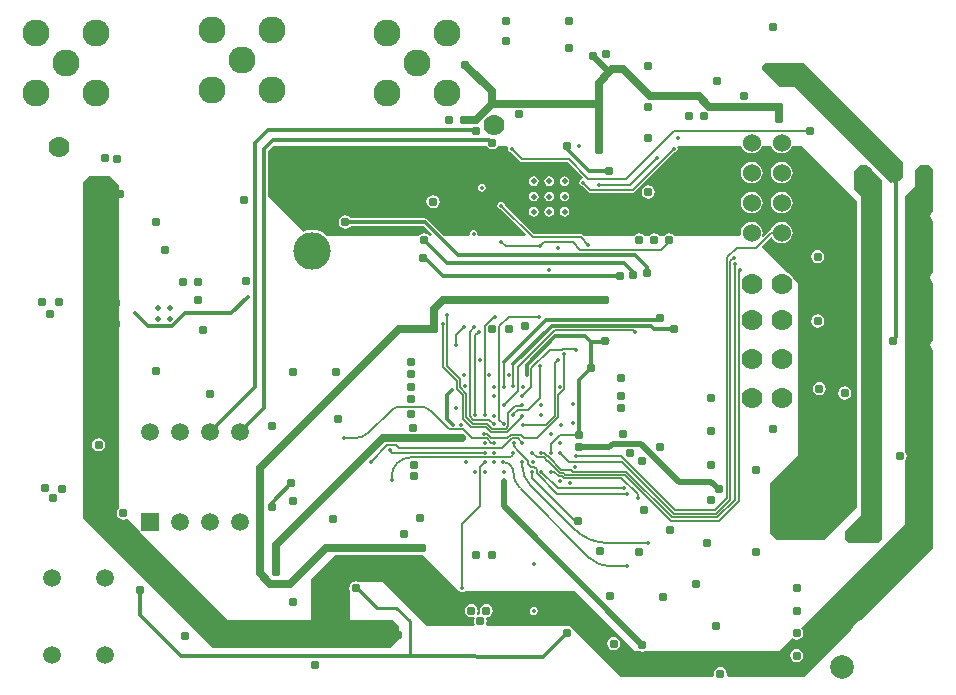
<source format=gbl>
%FSLAX25Y25*%
%MOIN*%
G70*
G01*
G75*
G04 Layer_Physical_Order=4*
G04 Layer_Color=16711680*
%ADD10C,0.01200*%
%ADD11C,0.01100*%
%ADD12R,0.03000X0.03000*%
%ADD13R,0.01122X0.30709*%
%ADD14R,0.02362X0.12244*%
%ADD15R,0.02953X0.13031*%
%ADD16R,0.03000X0.03000*%
%ADD17R,0.03543X0.03150*%
%ADD18R,0.03100X0.03100*%
%ADD19R,0.04449X0.05787*%
%ADD20R,0.07874X0.04724*%
%ADD21R,0.09449X0.10236*%
%ADD22R,0.01200X0.05300*%
%ADD23R,0.07100X0.07500*%
%ADD24R,0.09100X0.07500*%
%ADD25R,0.05000X0.02992*%
%ADD26R,0.02992X0.05000*%
%ADD27R,0.00787X0.02658*%
%ADD28R,0.01496X0.06100*%
%ADD29R,0.05118X0.04921*%
%ADD30R,0.01969X0.01969*%
%ADD31R,0.01969X0.01969*%
%ADD32R,0.12992X0.17323*%
%ADD33R,0.15354X0.24410*%
%ADD34R,0.05787X0.04449*%
%ADD35R,0.01181X0.02047*%
%ADD36R,0.01181X0.01929*%
%ADD37R,0.05079X0.10709*%
%ADD38R,0.01063X0.03150*%
%ADD39R,0.05512X0.04724*%
%ADD40O,0.08661X0.02362*%
%ADD41R,0.03347X0.01102*%
%ADD42R,0.06496X0.09449*%
%ADD43R,0.02362X0.00984*%
%ADD44R,0.00984X0.02362*%
%ADD45R,0.20079X0.20079*%
%ADD46R,0.03937X0.02756*%
%ADD47C,0.00945*%
%ADD48C,0.03937*%
%ADD49C,0.02500*%
%ADD50C,0.00500*%
%ADD51C,0.01000*%
%ADD52C,0.00800*%
%ADD53C,0.02000*%
%ADD54C,0.01500*%
%ADD55C,0.00600*%
%ADD56C,0.06000*%
%ADD57C,0.07000*%
%ADD58C,0.12500*%
%ADD59C,0.09000*%
%ADD60C,0.05906*%
%ADD61C,0.07874*%
%ADD62R,0.05906X0.05906*%
%ADD63C,0.03100*%
%ADD64C,0.01400*%
%ADD65C,0.01969*%
%ADD66C,0.04000*%
%ADD67C,0.04800*%
%ADD68C,0.14500*%
%ADD69C,0.07500*%
%ADD70C,0.05937*%
%ADD71C,0.09874*%
%ADD72C,0.05543*%
%ADD73C,0.03400*%
%ADD74C,0.02700*%
%ADD75C,0.08000*%
%ADD76C,0.02787*%
G36*
X305500Y172000D02*
Y166000D01*
Y158237D01*
X305058Y157942D01*
X304616Y157280D01*
X304461Y156500D01*
X304616Y155720D01*
X305058Y155058D01*
X305500Y154763D01*
Y137737D01*
X305058Y137442D01*
X304616Y136780D01*
X304461Y136000D01*
X304616Y135220D01*
X305058Y134558D01*
X305500Y134263D01*
Y115237D01*
X305058Y114942D01*
X304616Y114280D01*
X304461Y113500D01*
X304616Y112720D01*
X305058Y112058D01*
X305500Y111763D01*
X305500Y46000D01*
X281405Y21905D01*
X280410Y21373D01*
X279431Y20569D01*
X278627Y19590D01*
X278095Y18595D01*
X262500Y3000D01*
X236973D01*
X236593Y3500D01*
X236692Y4000D01*
X236525Y4839D01*
X236050Y5550D01*
X235339Y6025D01*
X234500Y6192D01*
X233661Y6025D01*
X232950Y5550D01*
X232475Y4839D01*
X232308Y4000D01*
X232407Y3500D01*
X232027Y3000D01*
X210500D01*
X201500D01*
X184500Y20000D01*
X156614D01*
X156378Y20441D01*
X156525Y20661D01*
X156692Y21500D01*
X156525Y22339D01*
X156776Y22863D01*
X157339Y22975D01*
X158050Y23450D01*
X158525Y24161D01*
X158692Y25000D01*
X158525Y25839D01*
X158050Y26550D01*
X157339Y27025D01*
X156500Y27192D01*
X155661Y27025D01*
X154950Y26550D01*
X154475Y25839D01*
X154308Y25000D01*
X154475Y24161D01*
X154224Y23637D01*
X153708Y23535D01*
X153583Y23636D01*
X153374Y23935D01*
X153525Y24161D01*
X153692Y25000D01*
X153525Y25839D01*
X153050Y26550D01*
X152339Y27025D01*
X151500Y27192D01*
X150661Y27025D01*
X149950Y26550D01*
X149475Y25839D01*
X149308Y25000D01*
X149475Y24161D01*
X149950Y23450D01*
X150661Y22975D01*
X151500Y22808D01*
X152292Y22965D01*
X152417Y22864D01*
X152626Y22565D01*
X152475Y22339D01*
X152308Y21500D01*
X152475Y20661D01*
X152622Y20441D01*
X152386Y20000D01*
X136500D01*
X122000Y34500D01*
X113877D01*
X113839Y34525D01*
X113000Y34692D01*
X112161Y34525D01*
X111450Y34050D01*
X110975Y33339D01*
X110808Y32500D01*
X110975Y31661D01*
X111000Y31623D01*
Y22000D01*
X123000D01*
X125500D01*
X127500Y20000D01*
Y16500D01*
Y15500D01*
X124500Y12500D01*
X65500Y12500D01*
X22000Y56000D01*
Y167519D01*
X23644Y169598D01*
X24229Y170000D01*
X31000Y170000D01*
X34000Y167000D01*
X34000Y59084D01*
X33950Y59050D01*
X33475Y58339D01*
X33308Y57500D01*
X33475Y56661D01*
X33950Y55950D01*
X34661Y55475D01*
X35500Y55308D01*
X36339Y55475D01*
X36750Y55750D01*
X40947Y51553D01*
Y50947D01*
X41553D01*
X70500Y22000D01*
X98000Y22000D01*
X98000Y35500D01*
X106000Y43500D01*
X135500Y43500D01*
X147500Y31500D01*
X147657D01*
X147993Y31275D01*
X148500Y31175D01*
X149007Y31275D01*
X149343Y31500D01*
X186000D01*
X206000Y11500D01*
X207623D01*
X207661Y11475D01*
X208500Y11308D01*
X209339Y11475D01*
X209377Y11500D01*
X254000D01*
X258450Y15950D01*
X258450D01*
X259161Y15475D01*
X260000Y15308D01*
X260839Y15475D01*
X261550Y15950D01*
X262025Y16661D01*
X262192Y17500D01*
X262025Y18339D01*
X261550Y19050D01*
X296000Y53500D01*
Y74916D01*
X296050Y74950D01*
X296525Y75661D01*
X296692Y76500D01*
X296525Y77339D01*
X296050Y78050D01*
X296000Y78083D01*
Y163000D01*
X299500Y166500D01*
Y172000D01*
X301000Y173500D01*
X304000D01*
X305500Y172000D01*
D02*
G37*
G36*
X283500Y173500D02*
X288500Y168500D01*
X288500Y140697D01*
X288461Y140500D01*
X288500Y140303D01*
X288500Y120197D01*
X288461Y120000D01*
X288500Y119803D01*
X288500Y97697D01*
X288461Y97500D01*
X288500Y97303D01*
X288500Y49000D01*
X287000Y47500D01*
X277500Y47500D01*
X276000Y49000D01*
X276000Y51500D01*
X281500Y57000D01*
X281500Y163000D01*
X279000Y165500D01*
X279000Y171500D01*
X281000Y173500D01*
X283500Y173500D01*
D02*
G37*
G36*
X295500Y174500D02*
Y169500D01*
X294785Y168785D01*
X294323Y168977D01*
Y169900D01*
X294230Y170368D01*
X293965Y170765D01*
X293365Y171365D01*
X292968Y171630D01*
X292500Y171723D01*
X292032Y171630D01*
X291635Y171365D01*
X291370Y170968D01*
X291277Y170500D01*
X291370Y170032D01*
X291635Y169635D01*
X291877Y169393D01*
Y167798D01*
X291376Y167623D01*
X259500Y199500D01*
X254500D01*
X248500Y205500D01*
X248500Y206500D01*
X249500Y207500D01*
X262500D01*
X295500Y174500D01*
D02*
G37*
G36*
X280000Y161500D02*
X280000Y59500D01*
X269000Y48500D01*
X253500D01*
X251000Y51000D01*
Y67500D01*
X260500Y77000D01*
Y134000D01*
X258687Y135813D01*
X258581Y136068D01*
X257924Y136924D01*
X257068Y137581D01*
X256813Y137687D01*
X248363Y146137D01*
Y146637D01*
X251260Y149535D01*
X251751Y149437D01*
X251855Y149185D01*
X252432Y148432D01*
X253185Y147855D01*
X254060Y147493D01*
X255000Y147369D01*
X255940Y147493D01*
X256816Y147855D01*
X257568Y148432D01*
X258145Y149185D01*
X258507Y150060D01*
X258631Y151000D01*
X258507Y151940D01*
X258145Y152815D01*
X257568Y153568D01*
X256816Y154145D01*
X255940Y154507D01*
X255000Y154631D01*
X254060Y154507D01*
X253185Y154145D01*
X252432Y153568D01*
X251855Y152815D01*
X251493Y151940D01*
X251483Y151863D01*
X251168Y151801D01*
X250887Y151613D01*
X248846Y149572D01*
X248422Y149855D01*
X248507Y150060D01*
X248631Y151000D01*
X248507Y151940D01*
X248145Y152815D01*
X247568Y153568D01*
X246815Y154145D01*
X245940Y154507D01*
X245000Y154631D01*
X244060Y154507D01*
X243184Y154145D01*
X242432Y153568D01*
X241855Y152815D01*
X241493Y151940D01*
X241369Y151000D01*
X241435Y150500D01*
X240996Y150000D01*
X219083Y150000D01*
X219050Y150050D01*
X218339Y150525D01*
X217500Y150692D01*
X216661Y150525D01*
X215950Y150050D01*
X215916Y150000D01*
X214084D01*
X214050Y150050D01*
X213339Y150525D01*
X212500Y150692D01*
X211661Y150525D01*
X210950Y150050D01*
X210916Y150000D01*
X209084D01*
X209050Y150050D01*
X208339Y150525D01*
X207500Y150692D01*
X206661Y150525D01*
X205950Y150050D01*
X205917Y150000D01*
X188942D01*
X188721Y150221D01*
X188390Y150442D01*
X188000Y150520D01*
X172422D01*
X162797Y160145D01*
X162725Y160507D01*
X162437Y160937D01*
X162007Y161225D01*
X161500Y161326D01*
X160993Y161225D01*
X160563Y160937D01*
X160275Y160507D01*
X160175Y160000D01*
X160275Y159493D01*
X160563Y159063D01*
X160993Y158775D01*
X161355Y158703D01*
X169596Y150462D01*
X169405Y150000D01*
X153870D01*
X153553Y150387D01*
X153576Y150500D01*
X153475Y151007D01*
X153187Y151437D01*
X152757Y151725D01*
X152250Y151825D01*
X151743Y151725D01*
X151313Y151437D01*
X151025Y151007D01*
X150925Y150500D01*
X150947Y150387D01*
X150630Y150000D01*
X142230D01*
X136865Y155365D01*
X136468Y155630D01*
X136000Y155724D01*
X111268D01*
X111050Y156050D01*
X110339Y156525D01*
X109500Y156692D01*
X108661Y156525D01*
X107950Y156050D01*
X107475Y155339D01*
X107308Y154500D01*
X107475Y153661D01*
X107950Y152950D01*
X108661Y152475D01*
X109500Y152308D01*
X110339Y152475D01*
X111050Y152950D01*
X111268Y153277D01*
X135493D01*
X138308Y150462D01*
X138116Y150000D01*
X137334D01*
X137300Y150050D01*
X136589Y150525D01*
X135750Y150692D01*
X134911Y150525D01*
X134200Y150050D01*
X134167Y150000D01*
X103205Y150000D01*
X102324Y150723D01*
X101134Y151359D01*
X99843Y151751D01*
X98500Y151883D01*
X97157Y151751D01*
X95866Y151359D01*
X95719Y151281D01*
X83723Y163277D01*
Y178224D01*
X85500Y180000D01*
X156582D01*
X156950Y179450D01*
X157661Y178975D01*
X158500Y178808D01*
X159339Y178975D01*
X160050Y179450D01*
X160418Y180000D01*
X163503D01*
X163775Y179507D01*
X163674Y179000D01*
X163775Y178493D01*
X164063Y178063D01*
X164493Y177775D01*
X164855Y177703D01*
X167779Y174779D01*
X168110Y174558D01*
X168500Y174480D01*
X183578D01*
X188590Y169468D01*
X188426Y168925D01*
X188332Y168906D01*
X187902Y168619D01*
X187615Y168189D01*
X187514Y167682D01*
X187615Y167175D01*
X187902Y166745D01*
X188332Y166457D01*
X188694Y166385D01*
X190500Y164579D01*
X190831Y164358D01*
X191221Y164280D01*
X205300D01*
X205690Y164358D01*
X206021Y164579D01*
X219145Y177703D01*
X219507Y177775D01*
X219937Y178063D01*
X220225Y178493D01*
X220325Y179000D01*
X220225Y179507D01*
X220497Y180000D01*
X241518D01*
X241855Y179184D01*
X242432Y178432D01*
X243184Y177855D01*
X244060Y177493D01*
X245000Y177369D01*
X245940Y177493D01*
X246815Y177855D01*
X247568Y178432D01*
X248145Y179184D01*
X248482Y180000D01*
X251518D01*
X251855Y179184D01*
X252432Y178432D01*
X253185Y177855D01*
X254060Y177493D01*
X255000Y177369D01*
X255940Y177493D01*
X256816Y177855D01*
X257568Y178432D01*
X258145Y179184D01*
X258482Y180000D01*
X261500D01*
X280000Y161500D01*
D02*
G37*
%LPC*%
G36*
X267000Y123692D02*
X266161Y123525D01*
X265450Y123050D01*
X264975Y122339D01*
X264808Y121500D01*
X264975Y120661D01*
X265450Y119950D01*
X266161Y119475D01*
X267000Y119308D01*
X267839Y119475D01*
X268550Y119950D01*
X269025Y120661D01*
X269192Y121500D01*
X269025Y122339D01*
X268550Y123050D01*
X267839Y123525D01*
X267000Y123692D01*
D02*
G37*
G36*
X267000Y145192D02*
X266161Y145025D01*
X265450Y144550D01*
X264975Y143839D01*
X264808Y143000D01*
X264975Y142161D01*
X265450Y141450D01*
X266161Y140975D01*
X267000Y140808D01*
X267839Y140975D01*
X268550Y141450D01*
X269025Y142161D01*
X269192Y143000D01*
X269025Y143839D01*
X268550Y144550D01*
X267839Y145025D01*
X267000Y145192D01*
D02*
G37*
G36*
X182618Y159497D02*
X182000Y159374D01*
X181476Y159024D01*
X181126Y158500D01*
X181003Y157882D01*
X181126Y157264D01*
X181476Y156740D01*
X182000Y156390D01*
X182618Y156267D01*
X183236Y156390D01*
X183760Y156740D01*
X184110Y157264D01*
X184233Y157882D01*
X184110Y158500D01*
X183760Y159024D01*
X183236Y159374D01*
X182618Y159497D01*
D02*
G37*
G36*
X177500D02*
X176882Y159374D01*
X176358Y159024D01*
X176008Y158500D01*
X175885Y157882D01*
X176008Y157264D01*
X176358Y156740D01*
X176882Y156390D01*
X177500Y156267D01*
X178118Y156390D01*
X178642Y156740D01*
X178992Y157264D01*
X179115Y157882D01*
X178992Y158500D01*
X178642Y159024D01*
X178118Y159374D01*
X177500Y159497D01*
D02*
G37*
G36*
X172382D02*
X171764Y159374D01*
X171240Y159024D01*
X170890Y158500D01*
X170767Y157882D01*
X170890Y157264D01*
X171240Y156740D01*
X171764Y156390D01*
X172382Y156267D01*
X173000Y156390D01*
X173524Y156740D01*
X173874Y157264D01*
X173997Y157882D01*
X173874Y158500D01*
X173524Y159024D01*
X173000Y159374D01*
X172382Y159497D01*
D02*
G37*
G36*
X267500Y101192D02*
X266661Y101025D01*
X265950Y100550D01*
X265475Y99839D01*
X265308Y99000D01*
X265475Y98161D01*
X265950Y97450D01*
X266661Y96975D01*
X267500Y96808D01*
X268339Y96975D01*
X269050Y97450D01*
X269525Y98161D01*
X269692Y99000D01*
X269525Y99839D01*
X269050Y100550D01*
X268339Y101025D01*
X267500Y101192D01*
D02*
G37*
G36*
X198984Y16192D02*
X198145Y16025D01*
X197434Y15550D01*
X196959Y14839D01*
X196792Y14000D01*
X196959Y13161D01*
X197434Y12450D01*
X198145Y11975D01*
X198984Y11808D01*
X199823Y11975D01*
X200534Y12450D01*
X201009Y13161D01*
X201176Y14000D01*
X201009Y14839D01*
X200534Y15550D01*
X199823Y16025D01*
X198984Y16192D01*
D02*
G37*
G36*
X260000Y12192D02*
X259161Y12025D01*
X258450Y11550D01*
X257975Y10839D01*
X257808Y10000D01*
X257975Y9161D01*
X258450Y8450D01*
X259161Y7975D01*
X260000Y7808D01*
X260839Y7975D01*
X261550Y8450D01*
X262025Y9161D01*
X262192Y10000D01*
X262025Y10839D01*
X261550Y11550D01*
X260839Y12025D01*
X260000Y12192D01*
D02*
G37*
G36*
X172350Y26175D02*
X171843Y26075D01*
X171413Y25787D01*
X171125Y25357D01*
X171025Y24850D01*
X171125Y24343D01*
X171413Y23913D01*
X171843Y23626D01*
X172350Y23525D01*
X172857Y23626D01*
X173287Y23913D01*
X173575Y24343D01*
X173676Y24850D01*
X173575Y25357D01*
X173287Y25787D01*
X172857Y26075D01*
X172350Y26175D01*
D02*
G37*
G36*
X276000Y99692D02*
X275161Y99525D01*
X274450Y99050D01*
X273975Y98339D01*
X273808Y97500D01*
X273975Y96661D01*
X274450Y95950D01*
X275161Y95475D01*
X276000Y95308D01*
X276839Y95475D01*
X277550Y95950D01*
X278025Y96661D01*
X278192Y97500D01*
X278025Y98339D01*
X277550Y99050D01*
X276839Y99525D01*
X276000Y99692D01*
D02*
G37*
G36*
X27250Y82442D02*
X26411Y82275D01*
X25700Y81800D01*
X25225Y81089D01*
X25058Y80250D01*
X25225Y79411D01*
X25700Y78700D01*
X26411Y78225D01*
X27250Y78058D01*
X28089Y78225D01*
X28800Y78700D01*
X29275Y79411D01*
X29442Y80250D01*
X29275Y81089D01*
X28800Y81800D01*
X28089Y82275D01*
X27250Y82442D01*
D02*
G37*
G36*
X177500Y169733D02*
X176882Y169610D01*
X176358Y169260D01*
X176008Y168736D01*
X175885Y168118D01*
X176008Y167500D01*
X176358Y166976D01*
X176882Y166626D01*
X177500Y166503D01*
X178118Y166626D01*
X178642Y166976D01*
X178992Y167500D01*
X179115Y168118D01*
X178992Y168736D01*
X178642Y169260D01*
X178118Y169610D01*
X177500Y169733D01*
D02*
G37*
G36*
X172382D02*
X171764Y169610D01*
X171240Y169260D01*
X170890Y168736D01*
X170767Y168118D01*
X170890Y167500D01*
X171240Y166976D01*
X171764Y166626D01*
X172382Y166503D01*
X173000Y166626D01*
X173524Y166976D01*
X173874Y167500D01*
X173997Y168118D01*
X173874Y168736D01*
X173524Y169260D01*
X173000Y169610D01*
X172382Y169733D01*
D02*
G37*
G36*
X155000Y167325D02*
X154493Y167225D01*
X154063Y166937D01*
X153775Y166507D01*
X153674Y166000D01*
X153775Y165493D01*
X154063Y165063D01*
X154493Y164775D01*
X155000Y164674D01*
X155507Y164775D01*
X155937Y165063D01*
X156225Y165493D01*
X156325Y166000D01*
X156225Y166507D01*
X155937Y166937D01*
X155507Y167225D01*
X155000Y167325D01*
D02*
G37*
G36*
X255000Y174631D02*
X254060Y174507D01*
X253185Y174145D01*
X252432Y173568D01*
X251855Y172816D01*
X251493Y171940D01*
X251369Y171000D01*
X251493Y170060D01*
X251855Y169185D01*
X252432Y168432D01*
X253185Y167855D01*
X254060Y167493D01*
X255000Y167369D01*
X255940Y167493D01*
X256816Y167855D01*
X257568Y168432D01*
X258145Y169185D01*
X258507Y170060D01*
X258631Y171000D01*
X258507Y171940D01*
X258145Y172816D01*
X257568Y173568D01*
X256816Y174145D01*
X255940Y174507D01*
X255000Y174631D01*
D02*
G37*
G36*
X245000D02*
X244060Y174507D01*
X243184Y174145D01*
X242432Y173568D01*
X241855Y172816D01*
X241493Y171940D01*
X241369Y171000D01*
X241493Y170060D01*
X241855Y169185D01*
X242432Y168432D01*
X243184Y167855D01*
X244060Y167493D01*
X245000Y167369D01*
X245940Y167493D01*
X246815Y167855D01*
X247568Y168432D01*
X248145Y169185D01*
X248507Y170060D01*
X248631Y171000D01*
X248507Y171940D01*
X248145Y172816D01*
X247568Y173568D01*
X246815Y174145D01*
X245940Y174507D01*
X245000Y174631D01*
D02*
G37*
G36*
X182618Y169733D02*
X182000Y169610D01*
X181476Y169260D01*
X181126Y168736D01*
X181003Y168118D01*
X181126Y167500D01*
X181476Y166976D01*
X182000Y166626D01*
X182618Y166503D01*
X183236Y166626D01*
X183760Y166976D01*
X184110Y167500D01*
X184233Y168118D01*
X184110Y168736D01*
X183760Y169260D01*
X183236Y169610D01*
X182618Y169733D01*
D02*
G37*
G36*
X210500Y166692D02*
X209661Y166525D01*
X208950Y166050D01*
X208475Y165339D01*
X208308Y164500D01*
X208475Y163661D01*
X208950Y162950D01*
X209661Y162475D01*
X210500Y162308D01*
X211339Y162475D01*
X212050Y162950D01*
X212525Y163661D01*
X212692Y164500D01*
X212525Y165339D01*
X212050Y166050D01*
X211339Y166525D01*
X210500Y166692D01*
D02*
G37*
G36*
X138750Y163442D02*
X137911Y163275D01*
X137200Y162800D01*
X136725Y162089D01*
X136558Y161250D01*
X136725Y160411D01*
X137200Y159700D01*
X137911Y159225D01*
X138750Y159058D01*
X139589Y159225D01*
X140300Y159700D01*
X140775Y160411D01*
X140942Y161250D01*
X140775Y162089D01*
X140300Y162800D01*
X139589Y163275D01*
X138750Y163442D01*
D02*
G37*
G36*
X255000Y164631D02*
X254060Y164507D01*
X253185Y164145D01*
X252432Y163568D01*
X251855Y162815D01*
X251493Y161940D01*
X251369Y161000D01*
X251493Y160060D01*
X251855Y159185D01*
X252432Y158432D01*
X253185Y157855D01*
X254060Y157493D01*
X255000Y157369D01*
X255940Y157493D01*
X256816Y157855D01*
X257568Y158432D01*
X258145Y159185D01*
X258507Y160060D01*
X258631Y161000D01*
X258507Y161940D01*
X258145Y162815D01*
X257568Y163568D01*
X256816Y164145D01*
X255940Y164507D01*
X255000Y164631D01*
D02*
G37*
G36*
X245000D02*
X244060Y164507D01*
X243184Y164145D01*
X242432Y163568D01*
X241855Y162815D01*
X241493Y161940D01*
X241369Y161000D01*
X241493Y160060D01*
X241855Y159185D01*
X242432Y158432D01*
X243184Y157855D01*
X244060Y157493D01*
X245000Y157369D01*
X245940Y157493D01*
X246815Y157855D01*
X247568Y158432D01*
X248145Y159185D01*
X248507Y160060D01*
X248631Y161000D01*
X248507Y161940D01*
X248145Y162815D01*
X247568Y163568D01*
X246815Y164145D01*
X245940Y164507D01*
X245000Y164631D01*
D02*
G37*
G36*
X182618Y164615D02*
X182000Y164492D01*
X181476Y164142D01*
X181126Y163618D01*
X181003Y163000D01*
X181126Y162382D01*
X181476Y161858D01*
X182000Y161508D01*
X182618Y161385D01*
X183236Y161508D01*
X183760Y161858D01*
X184110Y162382D01*
X184233Y163000D01*
X184110Y163618D01*
X183760Y164142D01*
X183236Y164492D01*
X182618Y164615D01*
D02*
G37*
G36*
X177500D02*
X176882Y164492D01*
X176358Y164142D01*
X176008Y163618D01*
X175885Y163000D01*
X176008Y162382D01*
X176358Y161858D01*
X176882Y161508D01*
X177500Y161385D01*
X178118Y161508D01*
X178642Y161858D01*
X178992Y162382D01*
X179115Y163000D01*
X178992Y163618D01*
X178642Y164142D01*
X178118Y164492D01*
X177500Y164615D01*
D02*
G37*
G36*
X172382D02*
X171764Y164492D01*
X171240Y164142D01*
X170890Y163618D01*
X170767Y163000D01*
X170890Y162382D01*
X171240Y161858D01*
X171764Y161508D01*
X172382Y161385D01*
X173000Y161508D01*
X173524Y161858D01*
X173874Y162382D01*
X173997Y163000D01*
X173874Y163618D01*
X173524Y164142D01*
X173000Y164492D01*
X172382Y164615D01*
D02*
G37*
%LPD*%
D10*
X195793Y114500D02*
G03*
X197000Y115000I0J1707D01*
G01*
X293100Y116100D02*
Y169900D01*
X292000Y115000D02*
X293100Y116100D01*
X292500Y170500D02*
X293100Y169900D01*
X175500Y9500D02*
X183500Y17500D01*
X131000Y9750D02*
X175500Y9500D01*
X183500Y17500D02*
X183500D01*
X212500Y119000D02*
X219500D01*
X211500Y120000D02*
X212500Y119000D01*
X178500Y120000D02*
X211500D01*
X176500Y122000D02*
X214500D01*
X210000Y137500D02*
Y139500D01*
X206000Y143500D02*
X210000Y139500D01*
X205500Y137000D02*
Y138000D01*
X202500Y141000D02*
X205500Y138000D01*
X157500Y182000D02*
X158500Y181000D01*
X85500Y182000D02*
X157500D01*
X82500Y179000D02*
X85500Y182000D01*
X153000Y185000D02*
X153500D01*
X153750Y185250D01*
X82500Y92500D02*
Y179000D01*
X190730Y171500D02*
X197500D01*
X183493Y178738D02*
X190730Y171500D01*
X183493Y178738D02*
Y179717D01*
Y178992D02*
Y179717D01*
X83750Y185250D02*
X153750D01*
X79500Y181000D02*
X83750Y185250D01*
X143250Y141000D02*
X202500D01*
X135750Y148500D02*
X143250Y141000D01*
X147000Y143500D02*
X206000D01*
X136000Y154500D02*
X147000Y143500D01*
X79500Y99500D02*
Y181000D01*
X64500Y84500D02*
X79500Y99500D01*
X74500Y84500D02*
X82500Y92500D01*
X165550Y107050D02*
X178500Y120000D01*
X39531Y124031D02*
X43684Y119879D01*
X51905D01*
X56057Y124031D01*
X71531D01*
X77031Y129532D01*
X41000Y23500D02*
Y32000D01*
Y23500D02*
X54750Y9750D01*
X131000D01*
X170000Y103500D02*
Y107000D01*
X135500Y142500D02*
X136000D01*
X187500Y83500D02*
Y102000D01*
X191500Y106000D01*
Y114500D01*
X170000Y107000D02*
X179500Y116500D01*
X189500D01*
X191500Y114500D01*
X162450Y107950D02*
X176500Y122000D01*
X85000Y59500D02*
Y61000D01*
X91500Y67500D01*
X143500Y89000D02*
X145500Y87000D01*
X143500Y89000D02*
Y97000D01*
X145000Y98500D01*
X191500Y114500D02*
X195793D01*
X136000Y142500D02*
X142000Y136500D01*
X201000D01*
X109500Y154500D02*
X136000D01*
D49*
X103000Y46000D02*
X135000D01*
X91000Y34000D02*
X103000Y46000D01*
X84500Y34000D02*
X91000D01*
X81000Y37500D02*
X84500Y34000D01*
X81000Y37500D02*
Y72500D01*
X127250Y118750D01*
X149500Y207000D02*
X158334Y198166D01*
Y193900D02*
Y198166D01*
X194000Y193900D02*
Y201000D01*
X158334Y193900D02*
X194000D01*
Y178500D02*
Y193500D01*
X152934Y188500D02*
X158334Y193900D01*
X149000Y188500D02*
X152934D01*
X202000Y205500D02*
X211100Y196400D01*
X198500Y205500D02*
X202000D01*
X211100Y196400D02*
X227408D01*
X254000Y189000D02*
Y193000D01*
X227408Y196400D02*
X230808Y193000D01*
X254000D01*
X127500Y119000D02*
X139000D01*
Y125500D01*
X142000Y128500D01*
X196000D01*
X86500Y38000D02*
Y47000D01*
X122000Y82500D01*
X148500D01*
X194000Y201000D02*
X197500Y204500D01*
X198500Y205500D01*
D50*
X164000Y76051D02*
G03*
X165575Y77626I0J1575D01*
G01*
X131233Y76051D02*
G03*
X125000Y69818I0J-6233D01*
G01*
X168575Y72862D02*
G03*
X171005Y66995I8297J0D01*
G01*
X185750Y52250D02*
G03*
X197218Y47500I11468J11468D01*
G01*
X164500Y73500D02*
G03*
X162086Y74500I-2414J-2414D01*
G01*
X165500Y71086D02*
G03*
X167682Y65818I7450J0D01*
G01*
X165500Y71086D02*
G03*
X164500Y73500I-3414J0D01*
G01*
X190821Y42679D02*
G03*
X197892Y39750I7071J7071D01*
G01*
X154500Y60000D02*
Y73000D01*
X148500Y54000D02*
X154500Y60000D01*
X148500Y32500D02*
Y54000D01*
X179449Y118500D02*
X205500D01*
X206000Y118000D01*
X239400Y140400D02*
X239500Y140500D01*
X237900Y62011D02*
Y141400D01*
X236800Y62467D02*
Y142800D01*
X237900Y141400D02*
X239000Y142500D01*
X236800Y142800D02*
X240000Y146000D01*
X239400Y61956D02*
Y140400D01*
X240650Y138150D02*
X241000Y138500D01*
X240650Y61650D02*
Y138150D01*
X240000Y146000D02*
X246500D01*
X233964Y54965D02*
X240650Y61650D01*
X233509Y56064D02*
X239400Y61956D01*
X251500Y151000D02*
X255000D01*
X246500Y146000D02*
X251500Y151000D01*
X232833Y58500D02*
X236800Y62467D01*
X233053Y57165D02*
X237900Y62011D01*
X219500Y58500D02*
X232833D01*
X218947Y57165D02*
X233053D01*
X218491Y56064D02*
X233509D01*
X218036Y54965D02*
X233964D01*
X201611Y74500D02*
X218947Y57165D01*
X203204Y71352D02*
X218491Y56064D01*
X202748Y70252D02*
X218036Y54965D01*
X186500Y76500D02*
X201500D01*
X184000Y74500D02*
X201611D01*
X181000Y77500D02*
X184000Y74500D01*
X177405Y76052D02*
X181530Y71927D01*
X184782D01*
X185358Y71352D01*
X203204D01*
X174874Y77626D02*
X175832D01*
X176450Y77008D01*
Y76960D02*
X177358Y76052D01*
X177405D01*
X176450Y76960D02*
Y77008D01*
X182748Y70350D02*
X184804D01*
X181075Y70827D02*
X182271D01*
X182748Y70350D01*
X184804D02*
X184902Y70252D01*
X202748D01*
X171724Y77626D02*
X171769D01*
X173369Y76026D02*
X175828D01*
X176902Y74953D02*
X176950D01*
X181075Y70827D01*
X171769Y77626D02*
X173369Y76026D01*
X175828D02*
X176902Y74953D01*
X201500Y76500D02*
X219500Y58500D01*
X181000Y83500D02*
X187500D01*
X178000Y80500D02*
X181000Y83500D01*
X178000Y77602D02*
Y80500D01*
X165500Y99748D02*
X165550Y99798D01*
Y107050D01*
X197218Y47500D02*
X210500D01*
X180619Y69727D02*
X181815D01*
X182292Y69250D01*
X178024Y71327D02*
X179020D01*
X180619Y69727D01*
X173275Y70734D02*
X180009Y64000D01*
X174874Y71327D02*
X180326Y65875D01*
X180451Y66000D01*
X202500D01*
X182292Y69250D02*
X184348D01*
X184447Y69152D01*
X155950Y90251D02*
X155976Y90224D01*
X155950Y90251D02*
Y115950D01*
X157526Y88674D02*
X159126Y87075D01*
X152185Y88674D02*
X157526D01*
X168575Y96524D02*
X171550Y99499D01*
X167125Y78219D02*
Y78268D01*
X165650Y79743D02*
X167125Y78268D01*
X118000Y74500D02*
X123550Y80050D01*
X126450D01*
X127275Y79226D01*
X207000Y62500D02*
Y63692D01*
X184447Y69152D02*
X201540D01*
X207000Y63692D01*
X180009Y64000D02*
X203500D01*
X162450Y99948D02*
X162500Y99898D01*
X160726Y88625D02*
X162276Y87075D01*
X171550Y99499D02*
Y105742D01*
X162450Y99948D02*
Y107950D01*
X154500Y73000D02*
X155976Y74476D01*
X124252Y78500D02*
X125126Y77626D01*
X155976D01*
X171700Y69300D02*
Y71200D01*
X173275Y70734D02*
Y72176D01*
X172500Y72950D02*
X173275Y72176D01*
X171358Y72950D02*
X172500D01*
X170450Y73858D02*
X171358Y72950D01*
X170450Y73858D02*
Y74894D01*
X167125Y78219D02*
X170450Y74894D01*
X167050Y98050D02*
Y106101D01*
X179449Y118500D01*
X186000Y55000D02*
X187000D01*
X171700Y69300D02*
X186000Y55000D01*
X171550Y105742D02*
X177808Y112000D01*
X177808Y112000D01*
X164000Y123000D02*
X174000D01*
X160726Y117832D02*
X160900Y118006D01*
Y119900D01*
X164000Y123000D01*
X156100Y116100D02*
Y119994D01*
X155950Y115950D02*
X156100Y116100D01*
X159106Y123000D02*
X159500D01*
X156100Y119994D02*
X159106Y123000D01*
X168650Y87000D02*
X176500D01*
X179450Y89950D01*
X180550Y89494D02*
Y96858D01*
X182550Y98858D01*
Y101050D01*
X182500Y101100D02*
X182550Y101050D01*
X182500Y101100D02*
Y110500D01*
X177808Y112000D02*
X181808D01*
X181858Y112050D01*
X186450D02*
X186500Y112000D01*
X181858Y112050D02*
X186450D01*
X179450Y89950D02*
Y107450D01*
X180500Y108500D01*
X174500Y96000D02*
Y106500D01*
X165500Y90500D02*
X167000Y92000D01*
X170500D01*
X174500Y96000D01*
X160726Y88625D02*
Y117832D01*
X162500Y93500D02*
Y93500D01*
X167050Y98050D01*
X168050Y93100D02*
X168500Y93550D01*
X166108Y93100D02*
X168050D01*
X163826Y90818D02*
X166108Y93100D01*
X163826Y86433D02*
Y90818D01*
X162918Y85525D02*
X163826Y86433D01*
X158484Y85525D02*
X162918D01*
X156705Y87304D02*
X158484Y85525D01*
X166950Y82550D02*
X168500Y81000D01*
X173556Y82500D02*
X180550Y89494D01*
X169192Y82500D02*
X173556D01*
X155902Y84000D02*
X156641D01*
X168042Y83650D02*
X169192Y82500D01*
X156641Y84000D02*
X158091Y82550D01*
X164050Y81494D02*
Y81542D01*
X161781Y79226D02*
X164050Y81494D01*
Y81542D02*
X165058Y82550D01*
X166950D01*
X127275Y79226D02*
X161781D01*
X164602Y83650D02*
X168042D01*
X158091Y82550D02*
X163502D01*
X164602Y83650D01*
X168500Y89552D02*
Y90000D01*
X163373Y84425D02*
X168500Y89552D01*
X158028Y84425D02*
X163373D01*
X156250Y86204D02*
X158028Y84425D01*
X151544Y86204D02*
X156250D01*
X152000Y87304D02*
X156705D01*
X149900Y89404D02*
X152000Y87304D01*
X151000Y89859D02*
X152185Y88674D01*
X148800Y88948D02*
X151544Y86204D01*
X149900Y89404D02*
Y97259D01*
X147801Y99358D02*
X149900Y97259D01*
X147801Y99358D02*
Y102199D01*
X148800Y88948D02*
Y96803D01*
X146701Y98902D02*
X148800Y96803D01*
X146701Y98902D02*
Y101500D01*
X141950Y106250D02*
Y120500D01*
Y106250D02*
X146701Y101500D01*
X125000Y68500D02*
Y69818D01*
X131233Y76051D02*
X163977D01*
X165650Y79743D02*
Y81000D01*
X171005Y66995D02*
X185750Y52250D01*
X168575Y72862D02*
Y74476D01*
X162000Y74500D02*
X162086D01*
X168000Y65500D02*
X190821Y42679D01*
X197892Y39750D02*
X203250D01*
X152827Y90224D02*
Y116827D01*
X153630Y117630D01*
X143500Y106500D02*
X147801Y102199D01*
X143500Y106500D02*
Y123500D01*
X146500Y113500D02*
Y117000D01*
X151000Y89859D02*
Y118000D01*
X152500Y119500D01*
X146500Y117000D02*
X149000Y119500D01*
D51*
X113000Y32500D02*
X113500D01*
X120000Y26000D01*
X126500D01*
X131000Y21500D01*
Y9750D02*
Y21500D01*
D52*
X219000Y185000D02*
X264500D01*
X202950Y168950D02*
X219000Y185000D01*
X190550Y168950D02*
X202950D01*
X165000Y179000D02*
X168500Y175500D01*
X187700Y145300D02*
X214800D01*
X161500Y148000D02*
X162953Y146547D01*
X174547D01*
X168500Y175500D02*
X184000D01*
X190550Y168950D01*
X194000Y167000D02*
X204500D01*
X213500Y176000D01*
X205300Y165300D02*
X219000Y179000D01*
X175700Y147700D02*
X185300D01*
X174547Y146547D02*
X175700Y147700D01*
X185300D02*
X187700Y145300D01*
X161500Y160000D02*
X172000Y149500D01*
X188000D01*
X190500Y147000D01*
X188839Y167682D02*
X191221Y165300D01*
X205300D01*
X217500Y148500D02*
X218000D01*
X214800Y145300D02*
X218000Y148500D01*
D53*
X162276Y59724D02*
X208500Y13500D01*
X162276Y59724D02*
Y68177D01*
X208078Y80650D02*
X220728Y68000D01*
X198650Y80650D02*
X208078D01*
X220728Y68000D02*
X231500D01*
X234000Y65500D01*
X197500Y79500D02*
X198650Y80650D01*
X187500Y79500D02*
X197500D01*
X192000Y210000D02*
X197500Y204500D01*
D55*
X112672Y82500D02*
G03*
X117500Y84500I0J6828D01*
G01*
X128000Y93000D02*
G03*
X124586Y91586I0J-4828D01*
G01*
X137999Y91501D02*
G03*
X134379Y93000I-3621J-3622D01*
G01*
X138000Y91500D02*
G03*
X137999Y91501I-3621J-3621D01*
G01*
X143579Y85921D02*
G03*
X144837Y85400I1259J1259D01*
G01*
X158015Y81000D02*
X159000D01*
X148641Y85400D02*
X151665Y82376D01*
X156639D01*
X158015Y81000D01*
X109000Y82500D02*
X112672D01*
X117500Y84500D02*
X124586Y91586D01*
X144837Y85400D02*
X148641D01*
X137999Y91501D02*
X138000Y91500D01*
X143579Y85921D01*
X128000Y93000D02*
X134379D01*
D56*
X302500Y170500D02*
D03*
X282500D02*
D03*
X292500D02*
D03*
X245000Y161000D02*
D03*
Y151000D02*
D03*
Y181000D02*
D03*
Y171000D02*
D03*
X255000Y161000D02*
D03*
Y151000D02*
D03*
Y181000D02*
D03*
Y171000D02*
D03*
D57*
Y134000D02*
D03*
X245000D02*
D03*
X245000Y96000D02*
D03*
X255000D02*
D03*
X245000Y109000D02*
D03*
X255000D02*
D03*
X245000Y122000D02*
D03*
X255000D02*
D03*
X14000Y179500D02*
D03*
X159000Y187000D02*
D03*
D58*
X98500Y145000D02*
D03*
D59*
X75000Y208500D02*
D03*
X85000Y218500D02*
D03*
X65000D02*
D03*
Y198500D02*
D03*
X85000D02*
D03*
X133500Y207500D02*
D03*
X143500Y217500D02*
D03*
X123500D02*
D03*
Y197500D02*
D03*
X143500D02*
D03*
X16500Y207500D02*
D03*
X26500Y217500D02*
D03*
X6500D02*
D03*
Y197500D02*
D03*
X26500D02*
D03*
D60*
X29358Y10205D02*
D03*
X11642D02*
D03*
Y35795D02*
D03*
X29358D02*
D03*
X74500Y84500D02*
D03*
X64500D02*
D03*
X54500D02*
D03*
X74500Y54500D02*
D03*
X54500D02*
D03*
X64500D02*
D03*
X44500Y84500D02*
D03*
D61*
X275000Y6311D02*
D03*
D62*
X44500Y54500D02*
D03*
D63*
X292000Y115000D02*
D03*
X135000Y46000D02*
D03*
X234500Y4000D02*
D03*
X129000Y50500D02*
D03*
X276000Y97500D02*
D03*
X151500Y25000D02*
D03*
X154500Y21500D02*
D03*
X183500Y17500D02*
D03*
X113000Y32500D02*
D03*
X134500Y56000D02*
D03*
X219000Y119000D02*
D03*
X210000Y137500D02*
D03*
X205500Y137000D02*
D03*
X246500Y72000D02*
D03*
X233000Y20000D02*
D03*
X208500Y13500D02*
D03*
X184000Y212500D02*
D03*
X131500Y108000D02*
D03*
X198984Y14000D02*
D03*
X255000Y205000D02*
D03*
X251000D02*
D03*
X163000Y221500D02*
D03*
Y215000D02*
D03*
X184000Y221500D02*
D03*
X149500Y207000D02*
D03*
X149000Y188500D02*
D03*
X153000Y185000D02*
D03*
X167500Y190500D02*
D03*
X158500Y181000D02*
D03*
X210500Y193000D02*
D03*
X196500Y210500D02*
D03*
X192000Y210000D02*
D03*
X194000Y178500D02*
D03*
X264500Y185000D02*
D03*
X231500Y62000D02*
D03*
X204500Y77500D02*
D03*
X208500Y75000D02*
D03*
X267000Y143000D02*
D03*
X252000Y219500D02*
D03*
Y85500D02*
D03*
X287000Y49500D02*
D03*
Y57500D02*
D03*
Y53500D02*
D03*
X197500Y171500D02*
D03*
X144000Y188500D02*
D03*
X183493Y179717D02*
D03*
X254000Y189000D02*
D03*
Y193000D02*
D03*
X233500Y201500D02*
D03*
X224000Y190000D02*
D03*
X229000D02*
D03*
X242500Y196500D02*
D03*
X138750Y161250D02*
D03*
X210500Y206500D02*
D03*
Y182500D02*
D03*
Y164500D02*
D03*
X207319Y44500D02*
D03*
X197750Y29750D02*
D03*
X215500Y29500D02*
D03*
X230000Y47500D02*
D03*
X217750Y52000D02*
D03*
X105500Y55500D02*
D03*
X294500Y76500D02*
D03*
X92000Y28000D02*
D03*
X156500Y25000D02*
D03*
X153000Y43500D02*
D03*
X27250Y80250D02*
D03*
X46250Y104750D02*
D03*
X56000Y16500D02*
D03*
X62031Y118532D02*
D03*
X55531Y134531D02*
D03*
X60531D02*
D03*
X49332Y145332D02*
D03*
X60531Y128532D02*
D03*
X75750Y161750D02*
D03*
X46500Y154500D02*
D03*
X87000Y177000D02*
D03*
Y171500D02*
D03*
Y166000D02*
D03*
X252500Y55000D02*
D03*
Y62000D02*
D03*
X121000Y15000D02*
D03*
X33000Y127500D02*
D03*
Y120500D02*
D03*
X29000Y161000D02*
D03*
X64250Y97250D02*
D03*
X106500Y14000D02*
D03*
X99500Y7000D02*
D03*
X24500Y102000D02*
D03*
Y96000D02*
D03*
X24000Y163500D02*
D03*
X24500Y157000D02*
D03*
X8500Y128000D02*
D03*
X11000Y124000D02*
D03*
X14000Y128000D02*
D03*
X12000Y62500D02*
D03*
X35500Y57500D02*
D03*
X132000Y86000D02*
D03*
X202000Y84000D02*
D03*
X209000Y58500D02*
D03*
X194500Y45000D02*
D03*
X41000Y32000D02*
D03*
X234000Y65500D02*
D03*
X158500Y119000D02*
D03*
X86500Y38000D02*
D03*
X139000Y119000D02*
D03*
X191500Y106000D02*
D03*
X263000Y50000D02*
D03*
X246500Y44500D02*
D03*
X92000Y104500D02*
D03*
X106500D02*
D03*
X169500Y120000D02*
D03*
X196000Y128500D02*
D03*
Y115000D02*
D03*
X267500Y99000D02*
D03*
X267000Y121500D02*
D03*
X103500Y17500D02*
D03*
X187500Y79500D02*
D03*
X29500Y176000D02*
D03*
X135500Y142500D02*
D03*
X158500Y43500D02*
D03*
X214500Y79500D02*
D03*
X29500Y101000D02*
D03*
X214500Y122500D02*
D03*
X226500Y34000D02*
D03*
X76500Y135000D02*
D03*
X201500Y92500D02*
D03*
Y96500D02*
D03*
X131500Y90500D02*
D03*
X187000Y55000D02*
D03*
X201500Y102500D02*
D03*
X187500Y83500D02*
D03*
X132500Y73500D02*
D03*
X33500Y175500D02*
D03*
X34400Y164000D02*
D03*
X231500Y73500D02*
D03*
Y85000D02*
D03*
Y96000D02*
D03*
X9500Y66000D02*
D03*
X15000Y65500D02*
D03*
X127000Y17000D02*
D03*
X121500Y20000D02*
D03*
X164000Y119000D02*
D03*
X92000Y61500D02*
D03*
X91500Y67500D02*
D03*
X85000Y59500D02*
D03*
Y86500D02*
D03*
X107000Y89000D02*
D03*
X132500Y70000D02*
D03*
X131500Y95500D02*
D03*
Y99500D02*
D03*
Y104000D02*
D03*
X201000Y136500D02*
D03*
X135750Y148500D02*
D03*
X109500Y154500D02*
D03*
X260000Y25000D02*
D03*
Y32500D02*
D03*
Y17500D02*
D03*
Y10000D02*
D03*
X207500Y148500D02*
D03*
X212500D02*
D03*
X217500D02*
D03*
D64*
X206000Y118000D02*
D03*
X239500Y140500D02*
D03*
X241000Y138500D02*
D03*
X239000Y142500D02*
D03*
X186500Y76500D02*
D03*
X181000Y77500D02*
D03*
X174874Y77626D02*
D03*
X171724D02*
D03*
X181100Y80900D02*
D03*
X165000Y179000D02*
D03*
X187250Y179750D02*
D03*
X190500Y147000D02*
D03*
X152250Y150500D02*
D03*
X155000Y166000D02*
D03*
X180453Y146000D02*
D03*
X177500Y138500D02*
D03*
X161500Y148000D02*
D03*
Y160000D02*
D03*
X174547Y146547D02*
D03*
X181173Y68177D02*
D03*
X149677Y74476D02*
D03*
X152827Y71327D02*
D03*
X162276Y68177D02*
D03*
X178024Y71327D02*
D03*
X159126Y74476D02*
D03*
X155976Y90224D02*
D03*
Y80776D02*
D03*
X168575Y96524D02*
D03*
X174874Y93374D02*
D03*
Y90224D02*
D03*
X159126Y87075D02*
D03*
X165575Y77626D02*
D03*
X162276Y87075D02*
D03*
X203250Y39750D02*
D03*
X210500Y47500D02*
D03*
X172350Y24850D02*
D03*
X172500Y40500D02*
D03*
X125000Y68500D02*
D03*
X148500Y32500D02*
D03*
X39531Y124031D02*
D03*
X77031Y129532D02*
D03*
X148500Y82500D02*
D03*
X152827Y90224D02*
D03*
X178000Y77602D02*
D03*
X170000Y103500D02*
D03*
X164000D02*
D03*
X174874Y71327D02*
D03*
X171700Y71300D02*
D03*
X157500Y103500D02*
D03*
X185547Y94000D02*
D03*
X185500Y87500D02*
D03*
X202500Y66000D02*
D03*
X186000Y72902D02*
D03*
X178000Y83902D02*
D03*
X155902Y84000D02*
D03*
X162000Y74500D02*
D03*
X168575Y74476D02*
D03*
X165600Y80900D02*
D03*
X168500Y81000D02*
D03*
X118000Y74500D02*
D03*
X207000Y62500D02*
D03*
X203500Y64000D02*
D03*
X165500Y99748D02*
D03*
X162500Y99600D02*
D03*
X155976Y74476D02*
D03*
X149351Y100000D02*
D03*
X149000Y103500D02*
D03*
X159102Y96500D02*
D03*
X159000Y99547D02*
D03*
X174500Y106500D02*
D03*
X168650Y87000D02*
D03*
X180500Y108500D02*
D03*
X159000Y90000D02*
D03*
Y77601D02*
D03*
X156150Y71150D02*
D03*
X184500Y67602D02*
D03*
X181000Y99500D02*
D03*
X154377Y108402D02*
D03*
X124252Y78500D02*
D03*
X155976Y77626D02*
D03*
X168800Y99600D02*
D03*
X162400Y71300D02*
D03*
X172000Y74500D02*
D03*
X181300Y87000D02*
D03*
X165500Y90300D02*
D03*
X186500Y112000D02*
D03*
X146500Y113500D02*
D03*
X174000Y123000D02*
D03*
X159500D02*
D03*
X159000Y81000D02*
D03*
X145500Y87000D02*
D03*
X109000Y82500D02*
D03*
X182500Y110500D02*
D03*
X162500Y93500D02*
D03*
X168500Y93550D02*
D03*
Y90000D02*
D03*
X148000Y87000D02*
D03*
X146500Y92500D02*
D03*
X145000Y98500D02*
D03*
X143500Y123500D02*
D03*
X141950Y120500D02*
D03*
X154106Y118000D02*
D03*
X152500Y119500D02*
D03*
X149000D02*
D03*
X194000Y167000D02*
D03*
X188839Y167682D02*
D03*
X213500Y176000D02*
D03*
X219000Y179000D02*
D03*
X220500Y182500D02*
D03*
D65*
X51000Y126000D02*
D03*
Y122063D02*
D03*
X47063Y126000D02*
D03*
Y122063D02*
D03*
X182618Y168118D02*
D03*
Y163000D02*
D03*
X177500Y168118D02*
D03*
Y163000D02*
D03*
X182618Y157882D02*
D03*
X177500D02*
D03*
X172382Y168118D02*
D03*
Y163000D02*
D03*
Y157882D02*
D03*
M02*

</source>
